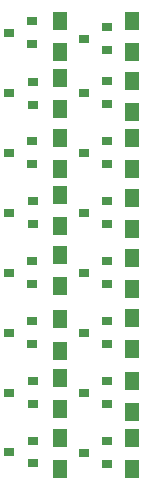
<source format=gbr>
%TF.GenerationSoftware,KiCad,Pcbnew,6.0.0-unknown-30ec895~86~ubuntu16.04.1*%
%TF.CreationDate,2021-05-25T09:51:37+03:00*%
%TF.ProjectId,npn-to-pnp,6e706e2d-746f-42d7-906e-702e6b696361,rev?*%
%TF.SameCoordinates,Original*%
%TF.FileFunction,Paste,Top*%
%TF.FilePolarity,Positive*%
%FSLAX46Y46*%
G04 Gerber Fmt 4.6, Leading zero omitted, Abs format (unit mm)*
G04 Created by KiCad (PCBNEW 6.0.0-unknown-30ec895~86~ubuntu16.04.1) date 2021-05-25 09:51:37*
%MOMM*%
%LPD*%
G04 APERTURE LIST*
%ADD10R,1.300000X1.500000*%
%ADD11R,0.900000X0.800000*%
G04 APERTURE END LIST*
D10*
%TO.C,R16*%
X99822000Y-91346000D03*
X99822000Y-88646000D03*
%TD*%
%TO.C,R15*%
X99822000Y-86266000D03*
X99822000Y-83566000D03*
%TD*%
%TO.C,R14*%
X99822000Y-81280000D03*
X99822000Y-78580000D03*
%TD*%
%TO.C,R13*%
X99822000Y-75852000D03*
X99822000Y-73152000D03*
%TD*%
%TO.C,R12*%
X105918000Y-91346000D03*
X105918000Y-88646000D03*
%TD*%
%TO.C,R11*%
X105918000Y-86520000D03*
X105918000Y-83820000D03*
%TD*%
%TO.C,R10*%
X105918000Y-81186000D03*
X105918000Y-78486000D03*
%TD*%
%TO.C,R9*%
X105918000Y-76106000D03*
X105918000Y-73406000D03*
%TD*%
%TO.C,R8*%
X99822000Y-70772000D03*
X99822000Y-68072000D03*
%TD*%
%TO.C,R7*%
X99822000Y-65946000D03*
X99822000Y-63246000D03*
%TD*%
%TO.C,R6*%
X99822000Y-60866000D03*
X99822000Y-58166000D03*
%TD*%
%TO.C,R5*%
X99822000Y-56040000D03*
X99822000Y-53340000D03*
%TD*%
%TO.C,R4*%
X105918000Y-71026000D03*
X105918000Y-68326000D03*
%TD*%
%TO.C,R3*%
X105918000Y-65946000D03*
X105918000Y-63246000D03*
%TD*%
%TO.C,R2*%
X105918000Y-61120000D03*
X105918000Y-58420000D03*
%TD*%
%TO.C,R1*%
X105918000Y-56040000D03*
X105918000Y-53340000D03*
%TD*%
D11*
%TO.C,Q16*%
X97536000Y-90800000D03*
X97536000Y-88900000D03*
X95536000Y-89850000D03*
%TD*%
%TO.C,Q15*%
X97536000Y-85786000D03*
X97536000Y-83886000D03*
X95536000Y-84836000D03*
%TD*%
%TO.C,Q14*%
X97520000Y-80706000D03*
X97520000Y-78806000D03*
X95520000Y-79756000D03*
%TD*%
%TO.C,Q13*%
X97520000Y-75626000D03*
X97520000Y-73726000D03*
X95520000Y-74676000D03*
%TD*%
%TO.C,Q12*%
X103870000Y-90866000D03*
X103870000Y-88966000D03*
X101870000Y-89916000D03*
%TD*%
%TO.C,Q11*%
X103870000Y-85786000D03*
X103870000Y-83886000D03*
X101870000Y-84836000D03*
%TD*%
%TO.C,Q10*%
X103870000Y-80706000D03*
X103870000Y-78806000D03*
X101870000Y-79756000D03*
%TD*%
%TO.C,Q9*%
X103870000Y-75626000D03*
X103870000Y-73726000D03*
X101870000Y-74676000D03*
%TD*%
%TO.C,Q8*%
X97536000Y-70546000D03*
X97536000Y-68646000D03*
X95536000Y-69596000D03*
%TD*%
%TO.C,Q7*%
X97520000Y-65466000D03*
X97520000Y-63566000D03*
X95520000Y-64516000D03*
%TD*%
%TO.C,Q6*%
X97536000Y-60452000D03*
X97536000Y-58552000D03*
X95536000Y-59502000D03*
%TD*%
%TO.C,Q5*%
X97520000Y-55306000D03*
X97520000Y-53406000D03*
X95520000Y-54356000D03*
%TD*%
%TO.C,Q4*%
X103870000Y-70546000D03*
X103870000Y-68646000D03*
X101870000Y-69596000D03*
%TD*%
%TO.C,Q3*%
X103870000Y-65466000D03*
X103870000Y-63566000D03*
X101870000Y-64516000D03*
%TD*%
%TO.C,Q2*%
X103870000Y-60386000D03*
X103870000Y-58486000D03*
X101870000Y-59436000D03*
%TD*%
%TO.C,Q1*%
X103870000Y-55814000D03*
X103870000Y-53914000D03*
X101870000Y-54864000D03*
%TD*%
M02*

</source>
